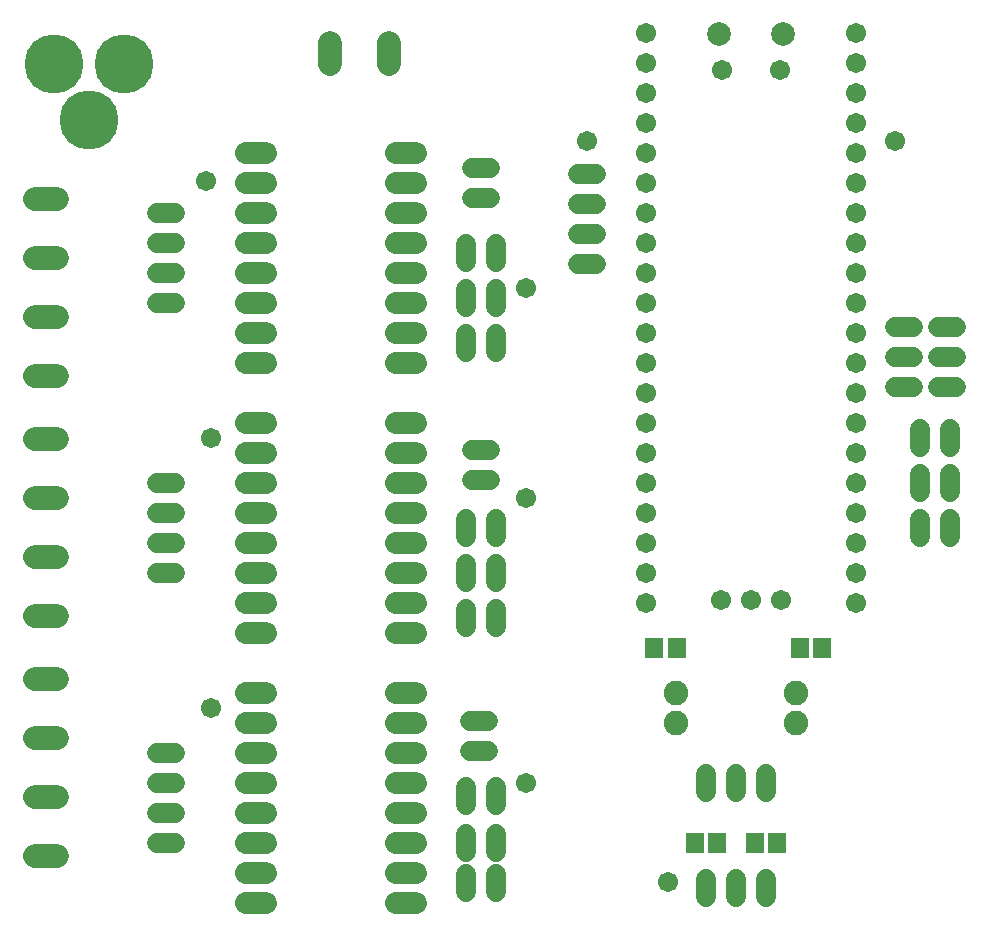
<source format=gbr>
G04 EAGLE Gerber RS-274X export*
G75*
%MOMM*%
%FSLAX34Y34*%
%LPD*%
%INSoldermask Bottom*%
%IPPOS*%
%AMOC8*
5,1,8,0,0,1.08239X$1,22.5*%
G01*
%ADD10C,1.727200*%
%ADD11C,1.879600*%
%ADD12R,1.503200X1.703200*%
%ADD13C,2.082800*%
%ADD14C,5.003200*%
%ADD15C,1.711200*%
%ADD16C,2.003200*%
%ADD17C,1.703200*%
%ADD18C,1.993900*%


D10*
X599440Y48260D02*
X599440Y63500D01*
X624840Y63500D02*
X624840Y48260D01*
X650240Y48260D02*
X650240Y63500D01*
D11*
X353822Y678180D02*
X337058Y678180D01*
X337058Y652780D02*
X353822Y652780D01*
X353822Y627380D02*
X337058Y627380D01*
X337058Y601980D02*
X353822Y601980D01*
X353822Y576580D02*
X337058Y576580D01*
X337058Y551180D02*
X353822Y551180D01*
X353822Y525780D02*
X337058Y525780D01*
X337058Y500380D02*
X353822Y500380D01*
X226822Y678180D02*
X210058Y678180D01*
X210058Y652780D02*
X226822Y652780D01*
X226822Y627380D02*
X210058Y627380D01*
X210058Y601980D02*
X226822Y601980D01*
X226822Y576580D02*
X210058Y576580D01*
X210058Y551180D02*
X226822Y551180D01*
X226822Y525780D02*
X210058Y525780D01*
X210058Y500380D02*
X226822Y500380D01*
X337058Y449580D02*
X353822Y449580D01*
X353822Y424180D02*
X337058Y424180D01*
X337058Y398780D02*
X353822Y398780D01*
X353822Y373380D02*
X337058Y373380D01*
X337058Y347980D02*
X353822Y347980D01*
X353822Y322580D02*
X337058Y322580D01*
X337058Y297180D02*
X353822Y297180D01*
X353822Y271780D02*
X337058Y271780D01*
X226822Y449580D02*
X210058Y449580D01*
X210058Y424180D02*
X226822Y424180D01*
X226822Y398780D02*
X210058Y398780D01*
X210058Y373380D02*
X226822Y373380D01*
X226822Y347980D02*
X210058Y347980D01*
X210058Y322580D02*
X226822Y322580D01*
X226822Y297180D02*
X210058Y297180D01*
X210058Y271780D02*
X226822Y271780D01*
X337058Y220980D02*
X353822Y220980D01*
X353822Y195580D02*
X337058Y195580D01*
X337058Y170180D02*
X353822Y170180D01*
X353822Y144780D02*
X337058Y144780D01*
X337058Y119380D02*
X353822Y119380D01*
X353822Y93980D02*
X337058Y93980D01*
X337058Y68580D02*
X353822Y68580D01*
X353822Y43180D02*
X337058Y43180D01*
X226822Y220980D02*
X210058Y220980D01*
X210058Y195580D02*
X226822Y195580D01*
X226822Y170180D02*
X210058Y170180D01*
X210058Y144780D02*
X226822Y144780D01*
X226822Y119380D02*
X210058Y119380D01*
X210058Y93980D02*
X226822Y93980D01*
X226822Y68580D02*
X210058Y68580D01*
X210058Y43180D02*
X226822Y43180D01*
D12*
X589940Y93980D03*
X608940Y93980D03*
X659740Y93980D03*
X640740Y93980D03*
D13*
X675640Y220980D03*
X675640Y195580D03*
X574040Y220980D03*
X574040Y195580D03*
D10*
X599440Y152400D02*
X599440Y137160D01*
X624840Y137160D02*
X624840Y152400D01*
X650240Y152400D02*
X650240Y137160D01*
X396240Y353060D02*
X396240Y368300D01*
X421640Y368300D02*
X421640Y353060D01*
X415290Y196850D02*
X400050Y196850D01*
X400050Y171450D02*
X415290Y171450D01*
X396240Y101600D02*
X396240Y86360D01*
X421640Y86360D02*
X421640Y101600D01*
X396240Y67310D02*
X396240Y52070D01*
X421640Y52070D02*
X421640Y67310D01*
X416560Y426720D02*
X401320Y426720D01*
X401320Y401320D02*
X416560Y401320D01*
X396240Y330200D02*
X396240Y314960D01*
X421640Y314960D02*
X421640Y330200D01*
X416560Y665480D02*
X401320Y665480D01*
X401320Y640080D02*
X416560Y640080D01*
X396240Y600710D02*
X396240Y585470D01*
X421640Y585470D02*
X421640Y600710D01*
X396240Y562610D02*
X396240Y547370D01*
X421640Y547370D02*
X421640Y562610D01*
X396240Y292100D02*
X396240Y276860D01*
X421640Y276860D02*
X421640Y292100D01*
X396240Y509270D02*
X396240Y524510D01*
X421640Y524510D02*
X421640Y509270D01*
X396240Y140970D02*
X396240Y125730D01*
X421640Y125730D02*
X421640Y140970D01*
X781050Y353060D02*
X781050Y368300D01*
X806450Y368300D02*
X806450Y353060D01*
X781050Y391160D02*
X781050Y406400D01*
X806450Y406400D02*
X806450Y391160D01*
X781050Y429260D02*
X781050Y444500D01*
X806450Y444500D02*
X806450Y429260D01*
X149860Y322580D02*
X134620Y322580D01*
X134620Y347980D02*
X149860Y347980D01*
X149860Y373380D02*
X134620Y373380D01*
X134620Y398780D02*
X149860Y398780D01*
X149860Y551180D02*
X134620Y551180D01*
X134620Y576580D02*
X149860Y576580D01*
X149860Y601980D02*
X134620Y601980D01*
X134620Y627380D02*
X149860Y627380D01*
X149860Y93980D02*
X134620Y93980D01*
X134620Y119380D02*
X149860Y119380D01*
X149860Y144780D02*
X134620Y144780D01*
X134620Y170180D02*
X149860Y170180D01*
D12*
X555650Y259080D03*
X574650Y259080D03*
X697840Y259080D03*
X678840Y259080D03*
D10*
X759460Y480060D02*
X774700Y480060D01*
X774700Y505460D02*
X759460Y505460D01*
X759460Y530860D02*
X774700Y530860D01*
X796290Y480060D02*
X811530Y480060D01*
X811530Y505460D02*
X796290Y505460D01*
X796290Y530860D02*
X811530Y530860D01*
D14*
X76870Y705840D03*
X106870Y752840D03*
X47870Y752840D03*
D15*
X548640Y779780D03*
X548640Y754380D03*
X548640Y627380D03*
X548640Y601980D03*
X548640Y728980D03*
X548640Y703580D03*
X548640Y652780D03*
X548640Y678180D03*
X548640Y576580D03*
X548640Y551180D03*
X548640Y525780D03*
X548640Y500380D03*
X548640Y474980D03*
X548640Y449580D03*
X548640Y424180D03*
X548640Y398780D03*
X548640Y373380D03*
X548640Y347980D03*
X548640Y322580D03*
X548640Y297180D03*
X726440Y297180D03*
X726440Y322580D03*
X726440Y347980D03*
X726440Y373380D03*
X726440Y398780D03*
X726440Y424180D03*
X726440Y449580D03*
X726440Y474980D03*
X726440Y500380D03*
X726440Y525780D03*
X726440Y551180D03*
X726440Y576580D03*
X726440Y601980D03*
X726440Y627380D03*
X726440Y652780D03*
X726440Y678180D03*
X726440Y703580D03*
X726440Y728980D03*
X726440Y754380D03*
X726440Y779780D03*
D16*
X610290Y778480D03*
X664790Y778480D03*
D17*
X613290Y748180D03*
X661790Y748180D03*
D15*
X612140Y299480D03*
X637540Y299480D03*
X662940Y299480D03*
D10*
X506730Y584200D02*
X491490Y584200D01*
X491490Y609600D02*
X506730Y609600D01*
X506730Y635000D02*
X491490Y635000D01*
X491490Y660400D02*
X506730Y660400D01*
D18*
X49594Y638880D02*
X31687Y638880D01*
X31687Y588880D02*
X49594Y588880D01*
X49594Y538880D02*
X31687Y538880D01*
X31687Y488880D02*
X49594Y488880D01*
X49594Y435680D02*
X31687Y435680D01*
X31687Y385680D02*
X49594Y385680D01*
X49594Y335680D02*
X31687Y335680D01*
X31687Y285680D02*
X49594Y285680D01*
X331070Y753047D02*
X331070Y770954D01*
X281070Y770954D02*
X281070Y753047D01*
X49594Y232480D02*
X31687Y232480D01*
X31687Y182480D02*
X49594Y182480D01*
X49594Y132480D02*
X31687Y132480D01*
X31687Y82480D02*
X49594Y82480D01*
D17*
X176530Y654050D03*
X180340Y436880D03*
X180340Y208280D03*
X447040Y563880D03*
X447040Y386080D03*
X447040Y144780D03*
X759460Y688340D03*
X567690Y60960D03*
X499110Y688340D03*
M02*

</source>
